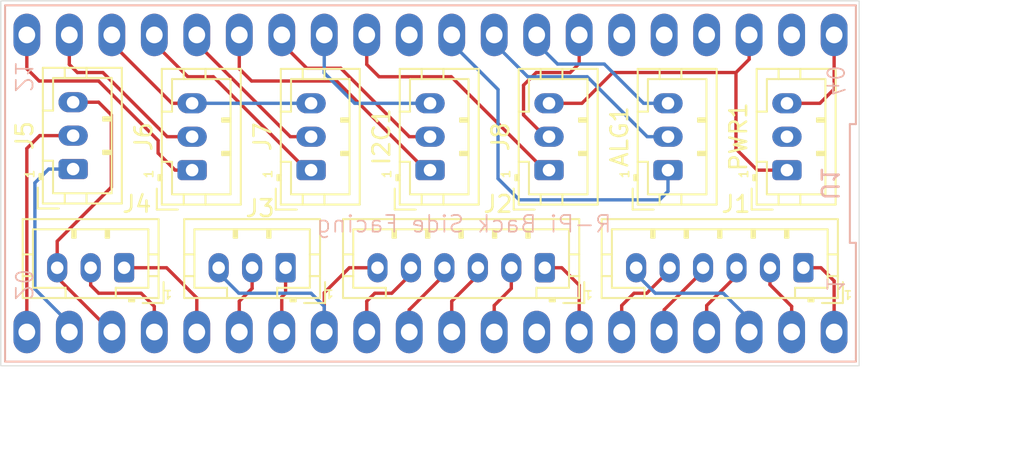
<source format=kicad_pcb>
(kicad_pcb (version 20240108) (generator "pcbnew") (generator_version "8.0")
  (layers (0 "F.Cu" signal) (31 "B.Cu" signal) (34 "B.Paste" user) (35 "F.Paste" user) (36 "B.SilkS" user "B.Silkscreen") (37 "F.SilkS" user "F.Silkscreen") (38 "B.Mask" user) (39 "F.Mask" user) (44 "Edge.Cuts" user))
  (net 0 "")
  (net 7 "Net-(J2-Pin_2)")
  (net 8 "Net-(J2-Pin_3)")
  (net 9 "Net-(J2-Pin_6)")
  (net 10 "Net-(J2-Pin_5)")
  (net 11 "Net-(J2-Pin_1)")
  (net 12 "Net-(J2-Pin_4)")
  (net 13 "/ADC1")
  (net 14 "/ADC0")
  (net 15 "Net-(ALG1-Pin_3)")
  (net 16 "/SDA")
  (net 17 "/SCL")
  (net 18 "Net-(I2C1-Pin_3)")
  (net 19 "Net-(J1-Pin_2)")
  (net 20 "Net-(J1-Pin_1)")
  (net 21 "Net-(J1-Pin_3)")
  (net 22 "Net-(J3-Pin_2)")
  (net 23 "Net-(J3-Pin_1)")
  (net 24 "Net-(J4-Pin_1)")
  (net 25 "Net-(J4-Pin_2)")
  (net 26 "Net-(J4-Pin_3)")
  (net 27 "Net-(J5-Pin_2)")
  (net 28 "Net-(J5-Pin_1)")
  (net 29 "Net-(J6-Pin_2)")
  (net 30 "Net-(J6-Pin_3)")
  (net 31 "Net-(J6-Pin_1)")
  (net 32 "Net-(J7-Pin_1)")
  (net 33 "Net-(J7-Pin_2)")
  (net 34 "Net-(J8-Pin_1)")
  (net 35 "Net-(J8-Pin_2)")
  (net 36 "/GND")
  (net 37 "/VBUS")
  (net 39 "Net-(J1-Pin_6)")
  (net 40 "Net-(J1-Pin_5)")
  (net 41 "Net-(J1-Pin_4)")
  (footprint "Connector_JST:JST_PH_B6B-PH-K_1x06_P2.00mm_Vertical" (layer "F.Cu") (at 171.164 89.154 180)
    (property "Reference" "J1" (at 4.032 3.81 180) (layer "F.SilkS"))
    (property "Value" "Conn_01x06_Socket" (hide yes))
    (pad "1" thru_hole roundrect (at 0 0 180) (size 1.2 1.75) (drill 0.75) (layers "*.Cu" "*.Mask") (roundrect_rratio 0.208333) (net 20 "Net-(J1-Pin_1)"))
    (pad "2" thru_hole oval (at 2 0 180) (size 1.2 1.75) (drill 0.75) (layers "*.Cu" "*.Mask") (net 19 "Net-(J1-Pin_2)"))
    (pad "3" thru_hole oval (at 4 0 180) (size 1.2 1.75) (drill 0.75) (layers "*.Cu" "*.Mask") (net 21 "Net-(J1-Pin_3)"))
    (pad "4" thru_hole oval (at 6 0 180) (size 1.2 1.75) (drill 0.75) (layers "*.Cu" "*.Mask") (net 41 "Net-(J1-Pin_4)"))
    (pad "5" thru_hole oval (at 8 0 180) (size 1.2 1.75) (drill 0.75) (layers "*.Cu" "*.Mask") (net 40 "Net-(J1-Pin_5)"))
    (pad "6" thru_hole oval (at 10 0 180) (size 1.2 1.75) (drill 0.75) (layers "*.Cu" "*.Mask") (net 39 "Net-(J1-Pin_6)"))
  )
  (footprint "Connector_JST:JST_PH_B3B-PH-K_1x03_P2.00mm_Vertical" (layer "F.Cu") (at 127.508 83.248 90)
    (property "Reference" "J5" (at 2 -2.9 270) (layer "F.SilkS"))
    (property "Value" "Conn_01x03_Socket" (hide yes))
    (pad "1" thru_hole roundrect (at 0 0 90) (size 1.2 1.75) (drill 0.75) (layers "*.Cu" "*.Mask") (roundrect_rratio 0.208333) (net 28 "Net-(J5-Pin_1)"))
    (pad "2" thru_hole oval (at 2 0 90) (size 1.2 1.75) (drill 0.75) (layers "*.Cu" "*.Mask") (net 27 "Net-(J5-Pin_2)"))
    (pad "3" thru_hole oval (at 4 0 90) (size 1.2 1.75) (drill 0.75) (layers "*.Cu" "*.Mask") (net 26 "Net-(J4-Pin_3)"))
  )
  (footprint "Connector_JST:JST_PH_B3B-PH-K_1x03_P2.00mm_Vertical" (layer "F.Cu") (at 155.956 83.312 90)
    (property "Reference" "J8" (at 2 -2.9 270) (layer "F.SilkS"))
    (property "Value" "Conn_01x03_Socket" (hide yes))
    (pad "1" thru_hole roundrect (at 0 0 90) (size 1.2 1.75) (drill 0.75) (layers "*.Cu" "*.Mask") (roundrect_rratio 0.208333) (net 34 "Net-(J8-Pin_1)"))
    (pad "2" thru_hole oval (at 2 0 90) (size 1.2 1.75) (drill 0.75) (layers "*.Cu" "*.Mask") (net 35 "Net-(J8-Pin_2)"))
    (pad "3" thru_hole oval (at 4 0 90) (size 1.2 1.75) (drill 0.75) (layers "*.Cu" "*.Mask") (net 36 "/GND"))
  )
  (footprint "Connector_JST:JST_PH_B6B-PH-K_1x06_P2.00mm_Vertical" (layer "F.Cu") (at 155.702 89.154 180)
    (property "Reference" "J2" (at 2.794 3.81 180) (layer "F.SilkS"))
    (property "Value" "Conn_01x06_Socket" (hide yes))
    (pad "1" thru_hole roundrect (at 0 0 180) (size 1.2 1.75) (drill 0.75) (layers "*.Cu" "*.Mask") (roundrect_rratio 0.208333) (net 11 "Net-(J2-Pin_1)"))
    (pad "2" thru_hole oval (at 2 0 180) (size 1.2 1.75) (drill 0.75) (layers "*.Cu" "*.Mask") (net 7 "Net-(J2-Pin_2)"))
    (pad "3" thru_hole oval (at 4 0 180) (size 1.2 1.75) (drill 0.75) (layers "*.Cu" "*.Mask") (net 8 "Net-(J2-Pin_3)"))
    (pad "4" thru_hole oval (at 6 0 180) (size 1.2 1.75) (drill 0.75) (layers "*.Cu" "*.Mask") (net 12 "Net-(J2-Pin_4)"))
    (pad "5" thru_hole oval (at 8 0 180) (size 1.2 1.75) (drill 0.75) (layers "*.Cu" "*.Mask") (net 10 "Net-(J2-Pin_5)"))
    (pad "6" thru_hole oval (at 10 0 180) (size 1.2 1.75) (drill 0.75) (layers "*.Cu" "*.Mask") (net 9 "Net-(J2-Pin_6)"))
  )
  (footprint "Connector_JST:JST_PH_B3B-PH-K_1x03_P2.00mm_Vertical" (layer "F.Cu") (at 140.208 89.154 180)
    (property "Reference" "J3" (at 1.524 3.556 180) (layer "F.SilkS"))
    (property "Value" "Conn_01x03_Socket" (hide yes))
    (pad "1" thru_hole roundrect (at 0 0 180) (size 1.2 1.75) (drill 0.75) (layers "*.Cu" "*.Mask") (roundrect_rratio 0.208333) (net 23 "Net-(J3-Pin_1)"))
    (pad "2" thru_hole oval (at 2 0 180) (size 1.2 1.75) (drill 0.75) (layers "*.Cu" "*.Mask") (net 22 "Net-(J3-Pin_2)"))
    (pad "3" thru_hole oval (at 4 0 180) (size 1.2 1.75) (drill 0.75) (layers "*.Cu" "*.Mask") (net 9 "Net-(J2-Pin_6)"))
  )
  (footprint "Connector_JST:JST_PH_B3B-PH-K_1x03_P2.00mm_Vertical" (layer "F.Cu") (at 130.556 89.154 180)
    (property "Reference" "J4" (at -0.762 3.81 180) (layer "F.SilkS"))
    (property "Value" "Conn_01x03_Socket" (hide yes))
    (pad "1" thru_hole roundrect (at 0 0 180) (size 1.2 1.75) (drill 0.75) (layers "*.Cu" "*.Mask") (roundrect_rratio 0.208333) (net 24 "Net-(J4-Pin_1)"))
    (pad "2" thru_hole oval (at 2 0 180) (size 1.2 1.75) (drill 0.75) (layers "*.Cu" "*.Mask") (net 25 "Net-(J4-Pin_2)"))
    (pad "3" thru_hole oval (at 4 0 180) (size 1.2 1.75) (drill 0.75) (layers "*.Cu" "*.Mask") (net 26 "Net-(J4-Pin_3)"))
  )
  (footprint "Connector_JST:JST_PH_B3B-PH-K_1x03_P2.00mm_Vertical" (layer "F.Cu") (at 148.844 83.312 90)
    (property "Reference" "I2C1" (at 2 -2.9 270) (layer "F.SilkS"))
    (property "Value" "Conn_01x03_Socket" (hide yes))
    (pad "1" thru_hole roundrect (at 0 0 90) (size 1.2 1.75) (drill 0.75) (layers "*.Cu" "*.Mask") (roundrect_rratio 0.208333) (net 16 "/SDA"))
    (pad "2" thru_hole oval (at 2 0 90) (size 1.2 1.75) (drill 0.75) (layers "*.Cu" "*.Mask") (net 17 "/SCL"))
    (pad "3" thru_hole oval (at 4 0 90) (size 1.2 1.75) (drill 0.75) (layers "*.Cu" "*.Mask") (net 18 "Net-(I2C1-Pin_3)"))
  )
  (footprint "Connector_JST:JST_PH_B3B-PH-K_1x03_P2.00mm_Vertical" (layer "F.Cu") (at 134.62 83.312 90)
    (property "Reference" "J6" (at 2 -2.9 270) (layer "F.SilkS"))
    (property "Value" "Conn_01x03_Socket" (hide yes))
    (pad "1" thru_hole roundrect (at 0 0 90) (size 1.2 1.75) (drill 0.75) (layers "*.Cu" "*.Mask") (roundrect_rratio 0.208333) (net 31 "Net-(J6-Pin_1)"))
    (pad "2" thru_hole oval (at 2 0 90) (size 1.2 1.75) (drill 0.75) (layers "*.Cu" "*.Mask") (net 29 "Net-(J6-Pin_2)"))
    (pad "3" thru_hole oval (at 4 0 90) (size 1.2 1.75) (drill 0.75) (layers "*.Cu" "*.Mask") (net 30 "Net-(J6-Pin_3)"))
  )
  (footprint "Connector_JST:JST_PH_B3B-PH-K_1x03_P2.00mm_Vertical" (layer "F.Cu") (at 141.732 83.312 90)
    (property "Reference" "J7" (at 2 -2.9 270) (layer "F.SilkS"))
    (property "Value" "Conn_01x03_Socket" (hide yes))
    (pad "1" thru_hole roundrect (at 0 0 90) (size 1.2 1.75) (drill 0.75) (layers "*.Cu" "*.Mask") (roundrect_rratio 0.208333) (net 32 "Net-(J7-Pin_1)"))
    (pad "2" thru_hole oval (at 2 0 90) (size 1.2 1.75) (drill 0.75) (layers "*.Cu" "*.Mask") (net 33 "Net-(J7-Pin_2)"))
    (pad "3" thru_hole oval (at 4 0 90) (size 1.2 1.75) (drill 0.75) (layers "*.Cu" "*.Mask") (net 30 "Net-(J6-Pin_3)"))
  )
  (footprint "Connector_JST:JST_PH_B3B-PH-K_1x03_P2.00mm_Vertical" (layer "F.Cu") (at 163.068 83.312 90)
    (property "Reference" "ALG1" (at 2 -2.9 270) (layer "F.SilkS"))
    (property "Value" "Conn_01x03_Socket" (hide yes))
    (pad "1" thru_hole roundrect (at 0 0 90) (size 1.2 1.75) (drill 0.75) (layers "*.Cu" "*.Mask") (roundrect_rratio 0.208333) (net 14 "/ADC0"))
    (pad "2" thru_hole oval (at 2 0 90) (size 1.2 1.75) (drill 0.75) (layers "*.Cu" "*.Mask") (net 13 "/ADC1"))
    (pad "3" thru_hole oval (at 4 0 90) (size 1.2 1.75) (drill 0.75) (layers "*.Cu" "*.Mask") (net 15 "Net-(ALG1-Pin_3)"))
  )
  (footprint "Connector_JST:JST_PH_B3B-PH-K_1x03_P2.00mm_Vertical" (layer "F.Cu") (at 170.18 83.312 90)
    (property "Reference" "PWR1" (at 2 -2.9 270) (layer "F.SilkS"))
    (property "Value" "Conn_01x03_Socket" (hide yes))
    (pad "1" thru_hole roundrect (at 0 0 90) (size 1.2 1.75) (drill 0.75) (layers "*.Cu" "*.Mask") (roundrect_rratio 0.208333) (net 36 "/GND"))
    (pad "2" thru_hole oval (at 2 0 90) (size 1.2 1.75) (drill 0.75) (layers "*.Cu" "*.Mask"))
    (pad "3" thru_hole oval (at 4 0 90) (size 1.2 1.75) (drill 0.75) (layers "*.Cu" "*.Mask") (net 37 "/VBUS"))
  )
  (footprint "RPi-Connector:DIP-40_700_ELL" (layer "B.Cu") (at 148.87 84.11 180)
    (property "Reference" "U1" (at -23.85 0 -90) (layer "B.SilkS") (effects (justify mirror)))
    (property "Value" "R-Pi Pico" (hide yes))
    (pad "1" thru_hole oval (at -24.13 -8.89 180) (size 1.6 2.54) (drill 1) (layers "*.Cu" "*.Mask") (net 20 "Net-(J1-Pin_1)"))
    (pad "2" thru_hole oval (at -21.59 -8.89 180) (size 1.6 2.54) (drill 1) (layers "*.Cu" "*.Mask") (net 19 "Net-(J1-Pin_2)"))
    (pad "3" thru_hole oval (at -19.05 -8.89 180) (size 1.6 2.54) (drill 1) (layers "*.Cu" "*.Mask") (net 39 "Net-(J1-Pin_6)"))
    (pad "4" thru_hole oval (at -16.51 -8.89 180) (size 1.6 2.54) (drill 1) (layers "*.Cu" "*.Mask") (net 21 "Net-(J1-Pin_3)"))
    (pad "5" thru_hole oval (at -13.97 -8.89 180) (size 1.6 2.54) (drill 1) (layers "*.Cu" "*.Mask") (net 41 "Net-(J1-Pin_4)"))
    (pad "6" thru_hole oval (at -11.43 -8.89 180) (size 1.6 2.54) (drill 1) (layers "*.Cu" "*.Mask") (net 40 "Net-(J1-Pin_5)"))
    (pad "7" thru_hole oval (at -8.89 -8.89 180) (size 1.6 2.54) (drill 1) (layers "*.Cu" "*.Mask") (net 11 "Net-(J2-Pin_1)"))
    (pad "8" thru_hole oval (at -6.35 -8.89 180) (size 1.6 2.54) (drill 1) (layers "*.Cu" "*.Mask"))
    (pad "9" thru_hole oval (at -3.81 -8.89 180) (size 1.6 2.54) (drill 1) (layers "*.Cu" "*.Mask") (net 7 "Net-(J2-Pin_2)"))
    (pad "10" thru_hole oval (at -1.27 -8.89 180) (size 1.6 2.54) (drill 1) (layers "*.Cu" "*.Mask") (net 8 "Net-(J2-Pin_3)"))
    (pad "11" thru_hole oval (at 1.27 -8.89 180) (size 1.6 2.54) (drill 1) (layers "*.Cu" "*.Mask") (net 12 "Net-(J2-Pin_4)"))
    (pad "12" thru_hole oval (at 3.81 -8.89 180) (size 1.6 2.54) (drill 1) (layers "*.Cu" "*.Mask") (net 10 "Net-(J2-Pin_5)"))
    (pad "13" thru_hole oval (at 6.35 -8.89 180) (size 1.6 2.54) (drill 1) (layers "*.Cu" "*.Mask") (net 9 "Net-(J2-Pin_6)"))
    (pad "14" thru_hole oval (at 8.89 -8.89 180) (size 1.6 2.54) (drill 1) (layers "*.Cu" "*.Mask") (net 23 "Net-(J3-Pin_1)"))
    (pad "15" thru_hole oval (at 11.43 -8.89 180) (size 1.6 2.54) (drill 1) (layers "*.Cu" "*.Mask") (net 22 "Net-(J3-Pin_2)"))
    (pad "16" thru_hole oval (at 13.97 -8.89 180) (size 1.6 2.54) (drill 1) (layers "*.Cu" "*.Mask") (net 24 "Net-(J4-Pin_1)"))
    (pad "17" thru_hole oval (at 16.51 -8.89 180) (size 1.6 2.54) (drill 1) (layers "*.Cu" "*.Mask") (net 25 "Net-(J4-Pin_2)"))
    (pad "18" thru_hole oval (at 19.05 -8.89 180) (size 1.6 2.54) (drill 1) (layers "*.Cu" "*.Mask") (net 26 "Net-(J4-Pin_3)"))
    (pad "19" thru_hole oval (at 21.59 -8.89 180) (size 1.6 2.54) (drill 1) (layers "*.Cu" "*.Mask") (net 28 "Net-(J5-Pin_1)"))
    (pad "20" thru_hole oval (at 24.13 -8.89 180) (size 1.6 2.54) (drill 1) (layers "*.Cu" "*.Mask") (net 27 "Net-(J5-Pin_2)"))
    (pad "21" thru_hole oval (at 24.13 8.89 180) (size 1.6 2.54) (drill 1) (layers "*.Cu" "*.Mask") (net 31 "Net-(J6-Pin_1)"))
    (pad "22" thru_hole oval (at 21.59 8.89 180) (size 1.6 2.54) (drill 1) (layers "*.Cu" "*.Mask") (net 29 "Net-(J6-Pin_2)"))
    (pad "23" thru_hole oval (at 19.05 8.89 180) (size 1.6 2.54) (drill 1) (layers "*.Cu" "*.Mask") (net 30 "Net-(J6-Pin_3)"))
    (pad "24" thru_hole oval (at 16.51 8.89 180) (size 1.6 2.54) (drill 1) (layers "*.Cu" "*.Mask") (net 32 "Net-(J7-Pin_1)"))
    (pad "25" thru_hole oval (at 13.97 8.89 180) (size 1.6 2.54) (drill 1) (layers "*.Cu" "*.Mask") (net 33 "Net-(J7-Pin_2)"))
    (pad "26" thru_hole oval (at 11.43 8.89 180) (size 1.6 2.54) (drill 1) (layers "*.Cu" "*.Mask") (net 16 "/SDA"))
    (pad "27" thru_hole oval (at 8.89 8.89 180) (size 1.6 2.54) (drill 1) (layers "*.Cu" "*.Mask") (net 17 "/SCL"))
    (pad "28" thru_hole oval (at 6.35 8.89 180) (size 1.6 2.54) (drill 1) (layers "*.Cu" "*.Mask") (net 18 "Net-(I2C1-Pin_3)"))
    (pad "29" thru_hole oval (at 3.81 8.89 180) (size 1.6 2.54) (drill 1) (layers "*.Cu" "*.Mask") (net 34 "Net-(J8-Pin_1)"))
    (pad "30" thru_hole oval (at 1.27 8.89 180) (size 1.6 2.54) (drill 1) (layers "*.Cu" "*.Mask"))
    (pad "31" thru_hole oval (at -1.27 8.89 180) (size 1.6 2.54) (drill 1) (layers "*.Cu" "*.Mask") (net 14 "/ADC0"))
    (pad "32" thru_hole oval (at -3.81 8.89 180) (size 1.6 2.54) (drill 1) (layers "*.Cu" "*.Mask") (net 13 "/ADC1"))
    (pad "33" thru_hole oval (at -6.35 8.89 180) (size 1.6 2.54) (drill 1) (layers "*.Cu" "*.Mask") (net 15 "Net-(ALG1-Pin_3)"))
    (pad "34" thru_hole oval (at -8.89 8.89 180) (size 1.6 2.54) (drill 1) (layers "*.Cu" "*.Mask") (net 35 "Net-(J8-Pin_2)"))
    (pad "35" thru_hole oval (at -11.43 8.89 180) (size 1.6 2.54) (drill 1) (layers "*.Cu" "*.Mask"))
    (pad "36" thru_hole oval (at -13.97 8.89 180) (size 1.6 2.54) (drill 1) (layers "*.Cu" "*.Mask"))
    (pad "37" thru_hole oval (at -16.51 8.89 180) (size 1.6 2.54) (drill 1) (layers "*.Cu" "*.Mask"))
    (pad "38" thru_hole oval (at -19.05 8.89 180) (size 1.6 2.54) (drill 1) (layers "*.Cu" "*.Mask") (net 36 "/GND"))
    (pad "39" thru_hole oval (at -21.59 8.89 180) (size 1.6 2.54) (drill 1) (layers "*.Cu" "*.Mask"))
    (pad "40" thru_hole oval (at -24.13 8.89 180) (size 1.6 2.54) (drill 1) (layers "*.Cu" "*.Mask") (net 37 "/VBUS"))
  )
  (gr_rect (start 123.186 73.18) (end 174.494 95.024) (stroke (width 0.05)) (fill none) (layer "Edge.Cuts"))
  (gr_text "1" (at 172.466 90.678 -90) (layer "B.SilkS") (effects (font (size 1 1) (thickness 0.1)) (justify left bottom mirror)))
  (gr_text "21" (at 123.952 78.74 -90) (layer "B.SilkS") (effects (font (size 1 1) (thickness 0.1)) (justify left bottom mirror)))
  (gr_text "20" (at 123.952 91.186 -90) (layer "B.SilkS") (effects (font (size 1 1) (thickness 0.1)) (justify left bottom mirror)))
  (gr_text "R-Pi Back Side Facing" (at 159.766 87.122 0) (layer "B.SilkS") (effects (font (size 1 1) (thickness 0.1)) (justify left bottom mirror)))
  (gr_text "40" (at 172.466 78.994 -90) (layer "B.SilkS") (effects (font (size 1 1) (thickness 0.1)) (justify left bottom mirror)))
  (gr_text "1" (at 160.778 83.848 90) (layer "F.SilkS") (effects (font (size 0.5 0.5) (thickness 0.1)) (justify left bottom)))
  (gr_text "1" (at 167.89 83.848 90) (layer "F.SilkS") (effects (font (size 0.5 0.5) (thickness 0.1)) (justify left bottom)))
  (gr_text "1" (at 125.218 83.848 90) (layer "F.SilkS") (effects (font (size 0.5 0.5) (thickness 0.1)) (justify left bottom)))
  (gr_text "1" (at 146.554 83.848 90) (layer "F.SilkS") (effects (font (size 0.5 0.5) (thickness 0.1)) (justify left bottom)))
  (gr_text "1" (at 132.33 83.848 90) (layer "F.SilkS") (effects (font (size 0.5 0.5) (thickness 0.1)) (justify left bottom)))
  (gr_text "1" (at 133.46583 90.455822 180) (layer "F.SilkS") (effects (font (size 0.5 0.5) (thickness 0.1)) (justify left bottom)))
  (gr_text "1" (at 143.118217 90.425324 180) (layer "F.SilkS") (effects (font (size 0.5 0.5) (thickness 0.1)) (justify left bottom)))
  (gr_text "1" (at 174.118696 90.47107 180) (layer "F.SilkS") (effects (font (size 0.5 0.5) (thickness 0.1)) (justify left bottom)))
  (gr_text "1" (at 158.610832 90.47107 180) (layer "F.SilkS") (effects (font (size 0.5 0.5) (thickness 0.1)) (justify left bottom)))
  (gr_text "1" (at 139.442 83.848 90) (layer "F.SilkS") (effects (font (size 0.5 0.5) (thickness 0.1)) (justify left bottom)))
  (gr_text "1" (at 153.666 83.848 90) (layer "F.SilkS") (effects (font (size 0.5 0.5) (thickness 0.1)) (justify left bottom)))
  (segment (start 152.68 91.414) (end 152.68 93) (width 0.2) (layer "F.Cu") (net 7))
  (segment (start 153.702 90.392) (end 152.68 91.414) (width 0.2) (layer "F.Cu") (net 7))
  (segment (start 153.702 89.154) (end 153.702 90.392) (width 0.2) (layer "F.Cu") (net 7))
  (segment (start 151.702 89.598) (end 150.14 91.16) (width 0.2) (layer "F.Cu") (net 8))
  (segment (start 150.14 91.16) (end 150.14 93) (width 0.2) (layer "F.Cu") (net 8))
  (segment (start 151.702 89.154) (end 151.702 89.598) (width 0.2) (layer "F.Cu") (net 8))
  (segment (start 144.018 89.154) (end 142.52 90.652) (width 0.2) (layer "F.Cu") (net 9))
  (segment (start 145.702 89.154) (end 144.018 89.154) (width 0.2) (layer "F.Cu") (net 9))
  (segment (start 142.52 90.652) (end 142.52 93) (width 0.2) (layer "F.Cu") (net 9))
  (segment (start 136.208 89.154) (end 136.208 89.472) (width 0.2) (layer "B.Cu") (net 9))
  (segment (start 142.52 91.466) (end 142.52 93) (width 0.2) (layer "B.Cu") (net 9))
  (segment (start 141.732 90.678) (end 142.52 91.466) (width 0.2) (layer "B.Cu") (net 9))
  (segment (start 137.414 90.678) (end 141.732 90.678) (width 0.2) (layer "B.Cu") (net 9))
  (segment (start 136.208 89.472) (end 137.414 90.678) (width 0.2) (layer "B.Cu") (net 9))
  (segment (start 145.06 91.16) (end 145.06 93) (width 0.2) (layer "F.Cu") (net 10))
  (segment (start 145.542 90.678) (end 145.06 91.16) (width 0.2) (layer "F.Cu") (net 10))
  (segment (start 147.702 89.154) (end 147.702 89.534) (width 0.2) (layer "F.Cu") (net 10))
  (segment (start 146.558 90.678) (end 145.542 90.678) (width 0.2) (layer "F.Cu") (net 10))
  (segment (start 147.702 89.534) (end 146.558 90.678) (width 0.2) (layer "F.Cu") (net 10))
  (segment (start 157.76 90.196) (end 157.76 93) (width 0.2) (layer "F.Cu") (net 11))
  (segment (start 156.718 89.154) (end 157.76 90.196) (width 0.2) (layer "F.Cu") (net 11))
  (segment (start 155.702 89.154) (end 156.718 89.154) (width 0.2) (layer "F.Cu") (net 11))
  (segment (start 147.6 91.668) (end 147.6 93) (width 0.2) (layer "F.Cu") (net 12))
  (segment (start 149.702 89.154) (end 149.702 89.566) (width 0.2) (layer "F.Cu") (net 12))
  (segment (start 149.702 89.566) (end 147.6 91.668) (width 0.2) (layer "F.Cu") (net 12))
  (segment (start 152.68 75.718) (end 154.686 77.724) (width 0.2) (layer "B.Cu") (net 13))
  (segment (start 152.68 75.22) (end 152.68 75.718) (width 0.2) (layer "B.Cu") (net 13))
  (segment (start 154.686 77.724) (end 158.242 77.724) (width 0.2) (layer "B.Cu") (net 13))
  (segment (start 158.242 77.724) (end 161.83 81.312) (width 0.2) (layer "B.Cu") (net 13))
  (segment (start 161.83 81.312) (end 163.068 81.312) (width 0.2) (layer "B.Cu") (net 13))
  (segment (start 152.908 83.82) (end 154.178 85.09) (width 0.2) (layer "B.Cu") (net 14))
  (segment (start 150.14 75.718) (end 152.908 78.486) (width 0.2) (layer "B.Cu") (net 14))
  (segment (start 150.14 75.22) (end 150.14 75.718) (width 0.2) (layer "B.Cu") (net 14))
  (segment (start 152.908 78.486) (end 152.908 83.82) (width 0.2) (layer "B.Cu") (net 14))
  (segment (start 162.56 85.09) (end 163.068 84.582) (width 0.2) (layer "B.Cu") (net 14))
  (segment (start 154.178 85.09) (end 162.56 85.09) (width 0.2) (layer "B.Cu") (net 14))
  (segment (start 163.068 84.582) (end 163.068 83.312) (width 0.2) (layer "B.Cu") (net 14))
  (segment (start 161.608 79.312) (end 163.068 79.312) (width 0.2) (layer "B.Cu") (net 15))
  (segment (start 156.464 76.962) (end 159.258 76.962) (width 0.2) (layer "B.Cu") (net 15))
  (segment (start 155.22 75.718) (end 156.464 76.962) (width 0.2) (layer "B.Cu") (net 15))
  (segment (start 155.22 75.22) (end 155.22 75.718) (width 0.2) (layer "B.Cu") (net 15))
  (segment (start 159.258 76.962) (end 161.608 79.312) (width 0.2) (layer "B.Cu") (net 15))
  (segment (start 137.44 75.22) (end 137.44 77.242) (width 0.2) (layer "F.Cu") (net 16))
  (segment (start 143.256 77.978) (end 148.59 83.312) (width 0.2) (layer "F.Cu") (net 16))
  (segment (start 148.59 83.312) (end 148.844 83.312) (width 0.2) (layer "F.Cu") (net 16))
  (segment (start 138.176 77.978) (end 143.256 77.978) (width 0.2) (layer "F.Cu") (net 16))
  (segment (start 137.44 77.242) (end 138.176 77.978) (width 0.2) (layer "F.Cu") (net 16))
  (segment (start 141.478 77.216) (end 143.51 77.216) (width 0.2) (layer "F.Cu") (net 17))
  (segment (start 139.98 75.718) (end 141.478 77.216) (width 0.2) (layer "F.Cu") (net 17))
  (segment (start 143.51 77.216) (end 147.606 81.312) (width 0.2) (layer "F.Cu") (net 17))
  (segment (start 139.98 75.22) (end 139.98 75.718) (width 0.2) (layer "F.Cu") (net 17))
  (segment (start 147.606 81.312) (end 148.844 81.312) (width 0.2) (layer "F.Cu") (net 17))
  (segment (start 142.52 77.496) (end 144.336 79.312) (width 0.2) (layer "B.Cu") (net 18))
  (segment (start 144.336 79.312) (end 148.844 79.312) (width 0.2) (layer "B.Cu") (net 18))
  (segment (start 142.52 75.22) (end 142.52 77.496) (width 0.2) (layer "B.Cu") (net 18))
  (segment (start 169.164 89.154) (end 169.164 90.17) (width 0.2) (layer "F.Cu") (net 19))
  (segment (start 170.46 91.466) (end 170.46 93) (width 0.2) (layer "F.Cu") (net 19))
  (segment (start 169.164 90.17) (end 170.46 91.466) (width 0.2) (layer "F.Cu") (net 19))
  (segment (start 171.164 89.154) (end 172.212 89.154) (width 0.2) (layer "F.Cu") (net 20))
  (segment (start 172.212 89.154) (end 173 89.942) (width 0.2) (layer "F.Cu") (net 20))
  (segment (start 173 89.942) (end 173 93) (width 0.2) (layer "F.Cu") (net 20))
  (segment (start 165.38 91.414) (end 165.38 93) (width 0.2) (layer "F.Cu") (net 21))
  (segment (start 167.164 89.63) (end 165.38 91.414) (width 0.2) (layer "F.Cu") (net 21))
  (segment (start 167.164 89.154) (end 167.164 89.63) (width 0.2) (layer "F.Cu") (net 21))
  (segment (start 138.208 90.392) (end 137.44 91.16) (width 0.2) (layer "F.Cu") (net 22))
  (segment (start 138.208 89.154) (end 138.208 90.392) (width 0.2) (layer "F.Cu") (net 22))
  (segment (start 137.44 91.16) (end 137.44 93) (width 0.2) (layer "F.Cu") (net 22))
  (segment (start 140.208 89.154) (end 140.208 90.678) (width 0.2) (layer "F.Cu") (net 23))
  (segment (start 140.208 90.678) (end 139.98 90.906) (width 0.2) (layer "F.Cu") (net 23))
  (segment (start 139.98 90.906) (end 139.98 93) (width 0.2) (layer "F.Cu") (net 23))
  (segment (start 130.556 89.154) (end 133.096 89.154) (width 0.2) (layer "F.Cu") (net 24))
  (segment (start 134.9 90.958) (end 134.9 93) (width 0.2) (layer "F.Cu") (net 24))
  (segment (start 133.096 89.154) (end 134.9 90.958) (width 0.2) (layer "F.Cu") (net 24))
  (segment (start 128.556 90.202) (end 129.032 90.678) (width 0.2) (layer "F.Cu") (net 25))
  (segment (start 129.032 90.678) (end 131.572 90.678) (width 0.2) (layer "F.Cu") (net 25))
  (segment (start 128.556 89.154) (end 128.556 90.202) (width 0.2) (layer "F.Cu") (net 25))
  (segment (start 132.36 91.466) (end 132.36 93) (width 0.2) (layer "F.Cu") (net 25))
  (segment (start 131.572 90.678) (end 132.36 91.466) (width 0.2) (layer "F.Cu") (net 25))
  (segment (start 126.556 87.566) (end 129.794 84.328) (width 0.2) (layer "F.Cu") (net 26))
  (segment (start 126.556 89.736) (end 129.82 93) (width 0.2) (layer "F.Cu") (net 26))
  (segment (start 129.032 79.248) (end 127.508 79.248) (width 0.2) (layer "F.Cu") (net 26))
  (segment (start 126.556 89.154) (end 126.556 87.566) (width 0.2) (layer "F.Cu") (net 26))
  (segment (start 126.556 89.154) (end 126.556 89.736) (width 0.2) (layer "F.Cu") (net 26))
  (segment (start 129.794 84.328) (end 129.794 80.01) (width 0.2) (layer "F.Cu") (net 26))
  (segment (start 129.794 80.01) (end 129.032 79.248) (width 0.2) (layer "F.Cu") (net 26))
  (segment (start 124.74 82.016) (end 125.508 81.248) (width 0.2) (layer "F.Cu") (net 27))
  (segment (start 124.74 93) (end 124.74 82.016) (width 0.2) (layer "F.Cu") (net 27))
  (segment (start 125.508 81.248) (end 127.508 81.248) (width 0.2) (layer "F.Cu") (net 27))
  (segment (start 127.28 93) (end 127.28 92.482) (width 0.2) (layer "B.Cu") (net 28))
  (segment (start 127.28 92.482) (end 125.222 90.424) (width 0.2) (layer "B.Cu") (net 28))
  (segment (start 126.048 83.248) (end 127.508 83.248) (width 0.2) (layer "B.Cu") (net 28))
  (segment (start 125.222 90.424) (end 125.222 84.074) (width 0.2) (layer "B.Cu") (net 28))
  (segment (start 125.222 84.074) (end 126.048 83.248) (width 0.2) (layer "B.Cu") (net 28))
  (segment (start 127.28 75.22) (end 127.28 76.988) (width 0.2) (layer "F.Cu") (net 29))
  (segment (start 127.28 76.988) (end 127.762 77.47) (width 0.2) (layer "F.Cu") (net 29))
  (segment (start 129.286 77.47) (end 133.128 81.312) (width 0.2) (layer "F.Cu") (net 29))
  (segment (start 133.128 81.312) (end 134.62 81.312) (width 0.2) (layer "F.Cu") (net 29))
  (segment (start 127.762 77.47) (end 129.286 77.47) (width 0.2) (layer "F.Cu") (net 29))
  (segment (start 133.414 79.312) (end 134.62 79.312) (width 0.2) (layer "F.Cu") (net 30))
  (segment (start 129.82 75.718) (end 133.414 79.312) (width 0.2) (layer "F.Cu") (net 30))
  (segment (start 129.82 75.22) (end 129.82 75.718) (width 0.2) (layer "F.Cu") (net 30))
  (segment (start 134.62 79.312) (end 141.732 79.312) (width 0.2) (layer "B.Cu") (net 30))
  (segment (start 132.588 81.534) (end 132.588 82.296) (width 0.2) (layer "F.Cu") (net 31))
  (segment (start 125.476 77.978) (end 129.032 77.978) (width 0.2) (layer "F.Cu") (net 31))
  (segment (start 124.74 77.242) (end 125.476 77.978) (width 0.2) (layer "F.Cu") (net 31))
  (segment (start 133.604 83.312) (end 134.62 83.312) (width 0.2) (layer "F.Cu") (net 31))
  (segment (start 132.588 82.296) (end 133.604 83.312) (width 0.2) (layer "F.Cu") (net 31))
  (segment (start 129.032 77.978) (end 132.588 81.534) (width 0.2) (layer "F.Cu") (net 31))
  (segment (start 124.74 75.22) (end 124.74 77.242) (width 0.2) (layer "F.Cu") (net 31))
  (segment (start 132.36 75.718) (end 134.366 77.724) (width 0.2) (layer "F.Cu") (net 32))
  (segment (start 132.36 75.22) (end 132.36 75.718) (width 0.2) (layer "F.Cu") (net 32))
  (segment (start 135.89 77.724) (end 141.478 83.312) (width 0.2) (layer "F.Cu") (net 32))
  (segment (start 134.366 77.724) (end 135.89 77.724) (width 0.2) (layer "F.Cu") (net 32))
  (segment (start 141.478 83.312) (end 141.732 83.312) (width 0.2) (layer "F.Cu") (net 32))
  (segment (start 134.9 75.22) (end 134.9 75.718) (width 0.2) (layer "F.Cu") (net 33))
  (segment (start 134.9 75.718) (end 140.494 81.312) (width 0.2) (layer "F.Cu") (net 33))
  (segment (start 140.494 81.312) (end 141.732 81.312) (width 0.2) (layer "F.Cu") (net 33))
  (segment (start 150.114 77.724) (end 155.702 83.312) (width 0.2) (layer "F.Cu") (net 34))
  (segment (start 145.06 76.988) (end 145.796 77.724) (width 0.2) (layer "F.Cu") (net 34))
  (segment (start 155.702 83.312) (end 155.956 83.312) (width 0.2) (layer "F.Cu") (net 34))
  (segment (start 145.796 77.724) (end 150.114 77.724) (width 0.2) (layer "F.Cu") (net 34))
  (segment (start 145.06 75.22) (end 145.06 76.988) (width 0.2) (layer "F.Cu") (net 34))
  (segment (start 157.226 77.47) (end 157.76 76.936) (width 0.2) (layer "F.Cu") (net 35))
  (segment (start 154.432 80.01) (end 154.432 78.232) (width 0.2) (layer "F.Cu") (net 35))
  (segment (start 157.76 76.936) (end 157.76 75.22) (width 0.2) (layer "F.Cu") (net 35))
  (segment (start 155.734 81.312) (end 154.432 80.01) (width 0.2) (layer "F.Cu") (net 35))
  (segment (start 155.194 77.47) (end 157.226 77.47) (width 0.2) (layer "F.Cu") (net 35))
  (segment (start 154.432 78.232) (end 155.194 77.47) (width 0.2) (layer "F.Cu") (net 35))
  (segment (start 155.956 81.312) (end 155.734 81.312) (width 0.2) (layer "F.Cu") (net 35))
  (segment (start 167.132 82.042) (end 168.402 83.312) (width 0.2) (layer "F.Cu") (net 36))
  (segment (start 167.92 76.682) (end 167.92 75.22) (width 0.2) (layer "F.Cu") (net 36))
  (segment (start 167.132 77.47) (end 167.132 82.042) (width 0.2) (layer "F.Cu") (net 36))
  (segment (start 159.766 77.47) (end 167.132 77.47) (width 0.2) (layer "F.Cu") (net 36))
  (segment (start 155.956 79.312) (end 157.924 79.312) (width 0.2) (layer "F.Cu") (net 36))
  (segment (start 168.402 83.312) (end 170.18 83.312) (width 0.2) (layer "F.Cu") (net 36))
  (segment (start 157.924 79.312) (end 159.766 77.47) (width 0.2) (layer "F.Cu") (net 36))
  (segment (start 167.132 77.47) (end 167.92 76.682) (width 0.2) (layer "F.Cu") (net 36))
  (segment (start 170.18 79.312) (end 172.148 79.312) (width 0.2) (layer "F.Cu") (net 37))
  (segment (start 173 78.46) (end 173 75.22) (width 0.2) (layer "F.Cu") (net 37))
  (segment (start 172.148 79.312) (end 173 78.46) (width 0.2) (layer "F.Cu") (net 37))
  (segment (start 167.92 92.228) (end 167.92 93) (width 0.2) (layer "B.Cu") (net 39))
  (segment (start 162.306 90.678) (end 166.37 90.678) (width 0.2) (layer "B.Cu") (net 39))
  (segment (start 166.37 90.678) (end 167.92 92.228) (width 0.2) (layer "B.Cu") (net 39))
  (segment (start 161.164 89.536) (end 162.306 90.678) (width 0.2) (layer "B.Cu") (net 39))
  (segment (start 161.164 89.154) (end 161.164 89.536) (width 0.2) (layer "B.Cu") (net 39))
  (segment (start 160.3 91.414) (end 160.3 93) (width 0.2) (layer "F.Cu") (net 40))
  (segment (start 161.036 90.678) (end 160.3 91.414) (width 0.2) (layer "F.Cu") (net 40))
  (segment (start 161.798 90.678) (end 161.036 90.678) (width 0.2) (layer "F.Cu") (net 40))
  (segment (start 163.164 89.154) (end 163.164 89.312) (width 0.2) (layer "F.Cu") (net 40))
  (segment (start 163.164 89.312) (end 161.798 90.678) (width 0.2) (layer "F.Cu") (net 40))
  (segment (start 162.84 91.668) (end 162.84 93) (width 0.2) (layer "F.Cu") (net 41))
  (segment (start 165.164 89.344) (end 162.84 91.668) (width 0.2) (layer "F.Cu") (net 41))
  (segment (start 165.164 89.154) (end 165.164 89.344) (width 0.2) (layer "F.Cu") (net 41))
)
</source>
